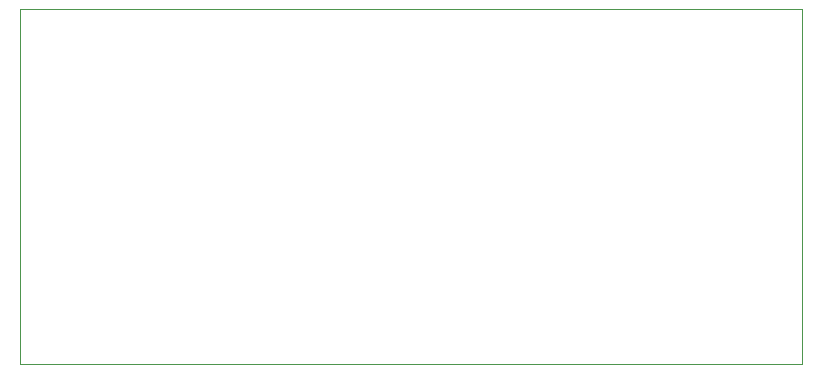
<source format=gbr>
%TF.GenerationSoftware,KiCad,Pcbnew,8.0.1*%
%TF.CreationDate,2024-05-12T19:19:51+02:00*%
%TF.ProjectId,lps-1,6c70732d-312e-46b6-9963-61645f706362,1.2*%
%TF.SameCoordinates,Original*%
%TF.FileFunction,Profile,NP*%
%FSLAX46Y46*%
G04 Gerber Fmt 4.6, Leading zero omitted, Abs format (unit mm)*
G04 Created by KiCad (PCBNEW 8.0.1) date 2024-05-12 19:19:51*
%MOMM*%
%LPD*%
G01*
G04 APERTURE LIST*
%TA.AperFunction,Profile*%
%ADD10C,0.100000*%
%TD*%
G04 APERTURE END LIST*
D10*
X62999000Y-55000000D02*
X129225000Y-55000000D01*
X129225000Y-85000000D01*
X62999000Y-85000000D01*
X62999000Y-55000000D01*
M02*

</source>
